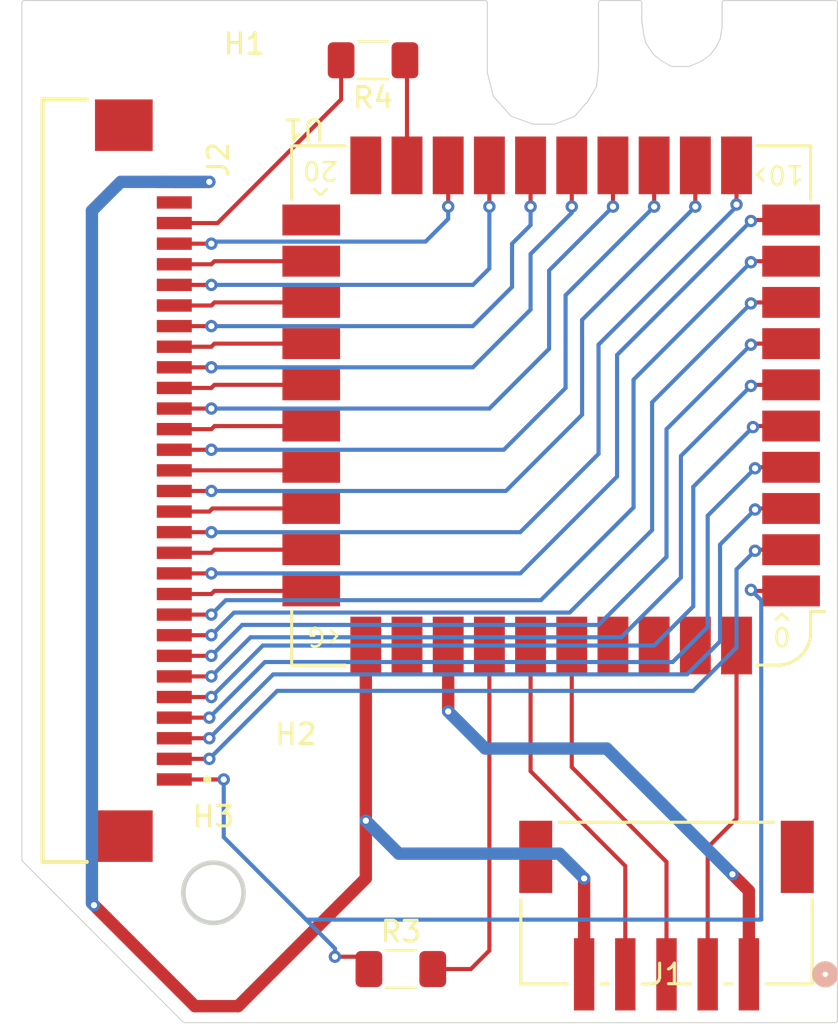
<source format=kicad_pcb>
(kicad_pcb (version 20240108) (generator "pcbnew") (generator_version "8.0")
  (layers (0 "F.Cu" signal) (31 "B.Cu" signal) (34 "B.Paste" user) (35 "F.Paste" user) (36 "B.SilkS" user "B.Silkscreen") (37 "F.SilkS" user "F.Silkscreen") (38 "B.Mask" user) (39 "F.Mask" user) (44 "Edge.Cuts" user))
  (net 0 "")
  (net 1 "/BOOTSEL")
  (net 2 "USB_D-")
  (net 6 "+3V3")
  (net 7 "GND")
  (net 8 "USB_D+")
  (net 9 "VBUS")
  (net 12 "/Col4")
  (net 13 "/Col17")
  (net 14 "/Row3")
  (net 15 "/Col2")
  (net 16 "/Col15")
  (net 17 "/RED+")
  (net 18 "/Col8")
  (net 19 "/Row6")
  (net 20 "/Row2")
  (net 21 "/Row7")
  (net 22 "/Col11")
  (net 23 "/Row1")
  (net 24 "/Col10")
  (net 25 "/Col5")
  (net 26 "/Col16")
  (net 27 "/GRE-")
  (net 28 "/Col6")
  (net 29 "/Col9")
  (net 30 "/Col12")
  (net 31 "/Fn")
  (net 32 "/Col14")
  (net 33 "/Row5")
  (net 34 "/Col3")
  (net 35 "/Col0")
  (net 36 "/Col1")
  (net 37 "/Row4")
  (net 38 "/Row0")
  (net 39 "/Col13")
  (net 40 "/Col7")
  (net 42 "/RedSrc")
  (footprint "MountingHole:MountingHole_2.7mm" (layer "F.Cu") (at 80.2 116.8)
    (property "Reference" "H3" (at 0 -3.7 0) (layer "F.SilkS"))
    (property "Value" "MountingHole")
    (pad "" np_thru_hole circle (at 0 0) (size 2.7 2.7) (drill 2.7) (layers "*.Cu" "*.Mask"))
  )
  (footprint "sbc:RP2040_Stamp" (layer "F.Cu") (at 96.6 93.15 180)
    (property "Reference" "U1" (at 12 13.4 180) (layer "F.SilkS"))
    (property "Value" "RP2040_Stamp")
    (fp_line (start 12.6 12.6) (end 10 12.6) (stroke (width 0.15)) (layer "F.SilkS"))
    (fp_line (start 12.6 10) (end 12.6 12.6) (stroke (width 0.15)) (layer "F.SilkS"))
    (fp_line (start 12.6 -12.6) (end 12.6 -10) (stroke (width 0.15)) (layer "F.SilkS"))
    (fp_line (start 11.5 10.5) (end 11.2 10.2) (stroke (width 0.12)) (layer "F.SilkS"))
    (fp_line (start 11.2 10.2) (end 10.9 10.5) (stroke (width 0.12)) (layer "F.SilkS"))
    (fp_line (start 10.7 -11.5) (end 10.4 -11.2) (stroke (width 0.12)) (layer "F.SilkS"))
    (fp_line (start 10.4 -11.2) (end 10.7 -10.9) (stroke (width 0.12)) (layer "F.SilkS"))
    (fp_line (start 10 -12.6) (end 12.6 -12.6) (stroke (width 0.15)) (layer "F.SilkS"))
    (fp_line (start -10 12.6) (end -12.6 12.6) (stroke (width 0.15)) (layer "F.SilkS"))
    (fp_line (start -10 11.2) (end -10.3 10.9) (stroke (width 0.12)) (layer "F.SilkS"))
    (fp_line (start -10.3 11.5) (end -10 11.2) (stroke (width 0.12)) (layer "F.SilkS"))
    (fp_line (start -11.1 -12.6) (end -10 -12.6) (stroke (width 0.15)) (layer "F.SilkS"))
    (fp_line (start -11.2 -10.1) (end -10.9 -10.4) (stroke (width 0.12)) (layer "F.SilkS"))
    (fp_line (start -11.5 -10.4) (end -11.2 -10.1) (stroke (width 0.12)) (layer "F.SilkS"))
    (fp_line (start -12.6 12.6) (end -12.6 10) (stroke (width 0.15)) (layer "F.SilkS"))
    (fp_line (start -12.6 -10) (end -12.6 -11.1) (stroke (width 0.15)) (layer "F.SilkS"))
    (fp_line (start -12.6 -10) (end -13.3 -10) (stroke (width 0.15)) (layer "F.SilkS"))
    (fp_arc (start -12.6 -11.1) (mid -12.129432 -12.129432) (end -11.1 -12.6) (stroke (width 0.15)) (layer "F.SilkS"))
    (fp_text user "0" (at -11.2 -11.2 180) (layer "F.SilkS") (effects (font (size 0.9 0.9) (thickness 0.12))))
    (fp_text user "G" (at 11.4 -11.2 180) (layer "F.SilkS") (effects (font (size 0.9 0.9) (thickness 0.12))))
    (fp_text user "10" (at -11.4 11.2 180) (layer "F.SilkS") (effects (font (size 0.9 0.9) (thickness 0.12))))
    (fp_text user "20" (at 11.2 11.4 180) (layer "F.SilkS") (effects (font (size 0.9 0.9) (thickness 0.12))))
    (pad "1" smd rect (at -11.65 -9 180) (size 2.8 1.5) (layers "F.Cu" "F.Paste" "F.Mask") (net 31 "/Fn"))
    (pad "2" smd rect (at -11.65 -7 180) (size 2.8 1.5) (layers "F.Cu" "F.Paste" "F.Mask") (net 38 "/Row0"))
    (pad "3" smd rect (at -11.65 -5 180) (size 2.8 1.5) (layers "F.Cu" "F.Paste" "F.Mask") (net 23 "/Row1"))
    (pad "4" smd rect (at -11.65 -3 180) (size 2.8 1.5) (layers "F.Cu" "F.Paste" "F.Mask") (net 20 "/Row2"))
    (pad "5" smd rect (at -11.65 -1 180) (size 2.8 1.5) (layers "F.Cu" "F.Paste" "F.Mask") (net 14 "/Row3"))
    (pad "6" smd rect (at -11.65 1 180) (size 2.8 1.5) (layers "F.Cu" "F.Paste" "F.Mask") (net 37 "/Row4"))
    (pad "7" smd rect (at -11.65 3 180) (size 2.8 1.5) (layers "F.Cu" "F.Paste" "F.Mask") (net 33 "/Row5"))
    (pad "8" smd rect (at -11.65 5 180) (size 2.8 1.5) (layers "F.Cu" "F.Paste" "F.Mask") (net 19 "/Row6"))
    (pad "9" smd rect (at -11.65 7 180) (size 2.8 1.5) (layers "F.Cu" "F.Paste" "F.Mask") (net 21 "/Row7"))
    (pad "10" smd rect (at -11.65 9 180) (size 2.8 1.5) (layers "F.Cu" "F.Paste" "F.Mask") (net 36 "/Col1"))
    (pad "11" smd rect (at -9 11.65 90) (size 2.8 1.5) (layers "F.Cu" "F.Paste" "F.Mask") (net 34 "/Col3"))
    (pad "12" smd rect (at -7 11.65 90) (size 2.8 1.5) (layers "F.Cu" "F.Paste" "F.Mask") (net 25 "/Col5"))
    (pad "13" smd rect (at -5 11.65 90) (size 2.8 1.5) (layers "F.Cu" "F.Paste" "F.Mask") (net 40 "/Col7"))
    (pad "14" smd rect (at -3 11.65 90) (size 2.8 1.5) (layers "F.Cu" "F.Paste" "F.Mask") (net 29 "/Col9"))
    (pad "15" smd rect (at -1 11.65 90) (size 2.8 1.5) (layers "F.Cu" "F.Paste" "F.Mask") (net 22 "/Col11"))
    (pad "16" smd rect (at 1 11.65 90) (size 2.8 1.5) (layers "F.Cu" "F.Paste" "F.Mask") (net 39 "/Col13"))
    (pad "17" smd rect (at 3 11.65 90) (size 2.8 1.5) (layers "F.Cu" "F.Paste" "F.Mask") (net 16 "/Col15"))
    (pad "18" smd rect (at 5 11.65 90) (size 2.8 1.5) (layers "F.Cu" "F.Paste" "F.Mask") (net 13 "/Col17"))
    (pad "19" smd rect (at 7 11.65 90) (size 2.8 1.5) (layers "F.Cu" "F.Paste" "F.Mask") (net 42 "/RedSrc"))
    (pad "20" smd rect (at 9 11.65 90) (size 2.8 1.5) (layers "F.Cu" "F.Paste" "F.Mask"))
    (pad "21" smd rect (at 11.65 9 180) (size 2.8 1.5) (layers "F.Cu" "F.Paste" "F.Mask"))
    (pad "22" smd rect (at 11.65 7 180) (size 2.8 1.5) (layers "F.Cu" "F.Paste" "F.Mask") (net 26 "/Col16"))
    (pad "23" smd rect (at 11.65 5 180) (size 2.8 1.5) (layers "F.Cu" "F.Paste" "F.Mask") (net 32 "/Col14"))
    (pad "24" smd rect (at 11.65 3 180) (size 2.8 1.5) (layers "F.Cu" "F.Paste" "F.Mask") (net 30 "/Col12"))
    (pad "25" smd rect (at 11.65 1 180) (size 2.8 1.5) (layers "F.Cu" "F.Paste" "F.Mask") (net 24 "/Col10"))
    (pad "26" smd rect (at 11.65 -1 180) (size 2.8 1.5) (layers "F.Cu" "F.Paste" "F.Mask") (net 18 "/Col8"))
    (pad "27" smd rect (at 11.65 -3 180) (size 2.8 1.5) (layers "F.Cu" "F.Paste" "F.Mask") (net 28 "/Col6"))
    (pad "28" smd rect (at 11.65 -5 180) (size 2.8 1.5) (layers "F.Cu" "F.Paste" "F.Mask") (net 12 "/Col4"))
    (pad "29" smd rect (at 11.65 -7 180) (size 2.8 1.5) (layers "F.Cu" "F.Paste" "F.Mask") (net 15 "/Col2"))
    (pad "30" smd rect (at 11.65 -9 180) (size 2.8 1.5) (layers "F.Cu" "F.Paste" "F.Mask") (net 35 "/Col0"))
    (pad "31" smd rect (at 9 -11.65 90) (size 2.8 1.5) (layers "F.Cu" "F.Paste" "F.Mask") (net 7 "GND"))
    (pad "32" smd rect (at 7 -11.65 90) (size 2.8 1.5) (layers "F.Cu" "F.Paste" "F.Mask"))
    (pad "33" smd rect (at 5 -11.65 90) (size 2.8 1.5) (layers "F.Cu" "F.Paste" "F.Mask") (net 9 "VBUS"))
    (pad "34" smd rect (at 3 -11.65 90) (size 2.8 1.5) (layers "F.Cu" "F.Paste" "F.Mask") (net 6 "+3V3"))
    (pad "35" smd rect (at 1 -11.65 90) (size 2.8 1.5) (layers "F.Cu" "F.Paste" "F.Mask") (net 2 "USB_D-"))
    (pad "36" smd rect (at -1 -11.65 90) (size 2.8 1.5) (layers "F.Cu" "F.Paste" "F.Mask") (net 8 "USB_D+"))
    (pad "37" smd rect (at -3 -11.65 90) (size 2.8 1.5) (layers "F.Cu" "F.Paste" "F.Mask"))
    (pad "38" smd rect (at -5 -11.65 90) (size 2.8 1.5) (layers "F.Cu" "F.Paste" "F.Mask"))
    (pad "39" smd rect (at -7 -11.65 90) (size 2.8 1.5) (layers "F.Cu" "F.Paste" "F.Mask"))
    (pad "40" smd rect (at -9 -11.65 90) (size 2.8 1.5) (layers "F.Cu" "F.Paste" "F.Mask") (net 1 "/BOOTSEL"))
  )
  (footprint "MountingHole:MountingHole_2.2mm_M2" (layer "F.Cu") (at 81.7 78.8)
    (property "Reference" "H1" (at 0 -3.2 0) (layer "F.SilkS"))
    (property "Value" "MountingHole")
    (pad "" np_thru_hole circle (at 0 0) (size 2.2 2.2) (drill 2.2) (layers "*.Cu" "*.Mask"))
  )
  (footprint "MountingHole:MountingHole_2.2mm_M2" (layer "F.Cu") (at 84.2 112.3)
    (property "Reference" "H2" (at 0 -3.2 0) (layer "F.SilkS"))
    (property "Value" "MountingHole")
    (pad "" np_thru_hole circle (at 0 0) (size 2.2 2.2) (drill 2.2) (layers "*.Cu" "*.Mask"))
  )
  (footprint "connector:FFC3B07_30_T" (layer "F.Cu") (at 75.85 96.8 -90)
    (property "Reference" "J2" (at -15.575 -4.585 90) (layer "F.SilkS"))
    (property "Value" "FFC3B07-30-T")
    (fp_line (start -18.5 3.95) (end 18.5 3.95) (stroke (width 0.2)) (layer "F.SilkS"))
    (fp_line (start 18.5 3.95) (end 18.5 1.8) (stroke (width 0.2)) (layer "F.SilkS"))
    (fp_line (start -18.5 1.8) (end -18.5 3.95) (stroke (width 0.2)) (layer "F.SilkS"))
    (fp_circle (center 14.5 -4.05) (end 14.6 -4.05) (stroke (width 0.2)) (fill none) (layer "F.SilkS"))
    (pad "1" smd rect (at 14.5 -2.45 270) (size 0.6 1.7) (layers "F.Cu" "F.Paste" "F.Mask") (net 31 "/Fn"))
    (pad "2" smd rect (at 13.5 -2.45 270) (size 0.6 1.7) (layers "F.Cu" "F.Paste" "F.Mask") (net 38 "/Row0"))
    (pad "3" smd rect (at 12.5 -2.45 270) (size 0.6 1.7) (layers "F.Cu" "F.Paste" "F.Mask") (net 23 "/Row1"))
    (pad "4" smd rect (at 11.5 -2.45 270) (size 0.6 1.7) (layers "F.Cu" "F.Paste" "F.Mask") (net 20 "/Row2"))
    (pad "5" smd rect (at 10.5 -2.45 270) (size 0.6 1.7) (layers "F.Cu" "F.Paste" "F.Mask") (net 14 "/Row3"))
    (pad "6" smd rect (at 9.5 -2.45 270) (size 0.6 1.7) (layers "F.Cu" "F.Paste" "F.Mask") (net 37 "/Row4"))
    (pad "7" smd rect (at 8.5 -2.45 270) (size 0.6 1.7) (layers "F.Cu" "F.Paste" "F.Mask") (net 33 "/Row5"))
    (pad "8" smd rect (at 7.5 -2.45 270) (size 0.6 1.7) (layers "F.Cu" "F.Paste" "F.Mask") (net 19 "/Row6"))
    (pad "9" smd rect (at 6.5 -2.45 270) (size 0.6 1.7) (layers "F.Cu" "F.Paste" "F.Mask") (net 21 "/Row7"))
    (pad "10" smd rect (at 5.5 -2.45 270) (size 0.6 1.7) (layers "F.Cu" "F.Paste" "F.Mask") (net 35 "/Col0"))
    (pad "11" smd rect (at 4.5 -2.45 270) (size 0.6 1.7) (layers "F.Cu" "F.Paste" "F.Mask") (net 36 "/Col1"))
    (pad "12" smd rect (at 3.5 -2.45 270) (size 0.6 1.7) (layers "F.Cu" "F.Paste" "F.Mask") (net 15 "/Col2"))
    (pad "13" smd rect (at 2.5 -2.45 270) (size 0.6 1.7) (layers "F.Cu" "F.Paste" "F.Mask") (net 34 "/Col3"))
    (pad "14" smd rect (at 1.5 -2.45 270) (size 0.6 1.7) (layers "F.Cu" "F.Paste" "F.Mask") (net 12 "/Col4"))
    (pad "15" smd rect (at 0.5 -2.45 270) (size 0.6 1.7) (layers "F.Cu" "F.Paste" "F.Mask") (net 25 "/Col5"))
    (pad "16" smd rect (at -0.5 -2.45 270) (size 0.6 1.7) (layers "F.Cu" "F.Paste" "F.Mask") (net 28 "/Col6"))
    (pad "17" smd rect (at -1.5 -2.45 270) (size 0.6 1.7) (layers "F.Cu" "F.Paste" "F.Mask") (net 40 "/Col7"))
    (pad "18" smd rect (at -2.5 -2.45 270) (size 0.6 1.7) (layers "F.Cu" "F.Paste" "F.Mask") (net 18 "/Col8"))
    (pad "19" smd rect (at -3.5 -2.45 270) (size 0.6 1.7) (layers "F.Cu" "F.Paste" "F.Mask") (net 29 "/Col9"))
    (pad "20" smd rect (at -4.5 -2.45 270) (size 0.6 1.7) (layers "F.Cu" "F.Paste" "F.Mask") (net 24 "/Col10"))
    (pad "21" smd rect (at -5.5 -2.45 270) (size 0.6 1.7) (layers "F.Cu" "F.Paste" "F.Mask") (net 22 "/Col11"))
    (pad "22" smd rect (at -6.5 -2.45 270) (size 0.6 1.7) (layers "F.Cu" "F.Paste" "F.Mask") (net 30 "/Col12"))
    (pad "23" smd rect (at -7.5 -2.45 270) (size 0.6 1.7) (layers "F.Cu" "F.Paste" "F.Mask") (net 39 "/Col13"))
    (pad "24" smd rect (at -8.5 -2.45 270) (size 0.6 1.7) (layers "F.Cu" "F.Paste" "F.Mask") (net 32 "/Col14"))
    (pad "25" smd rect (at -9.5 -2.45 270) (size 0.6 1.7) (layers "F.Cu" "F.Paste" "F.Mask") (net 16 "/Col15"))
    (pad "26" smd rect (at -10.5 -2.45 270) (size 0.6 1.7) (layers "F.Cu" "F.Paste" "F.Mask") (net 26 "/Col16"))
    (pad "27" smd rect (at -11.5 -2.45 270) (size 0.6 1.7) (layers "F.Cu" "F.Paste" "F.Mask") (net 13 "/Col17"))
    (pad "28" smd rect (at -12.5 -2.45 270) (size 0.6 1.7) (layers "F.Cu" "F.Paste" "F.Mask") (net 17 "/RED+"))
    (pad "29" smd rect (at -13.5 -2.45 270) (size 0.6 1.7) (layers "F.Cu" "F.Paste" "F.Mask") (net 27 "/GRE-"))
    (pad "30" smd rect (at -14.5 -2.45 270) (size 0.6 1.7) (layers "F.Cu" "F.Paste" "F.Mask") (net 7 "GND"))
    (pad "S1" smd rect (at 17.25 0 270) (size 2.5 2.8) (layers "F.Cu" "F.Paste" "F.Mask"))
    (pad "S2" smd rect (at -17.25 0 270) (size 2.5 2.8) (layers "F.Cu" "F.Paste" "F.Mask"))
  )
  (footprint "Resistor_SMD:R_1206_3216Metric_Pad1.30x1.75mm_HandSolder" (layer "F.Cu") (at 89.3 120.5)
    (property "Reference" "R3" (at 0 -1.82 0) (layer "F.SilkS"))
    (property "Value" "100k")
    (fp_line (start -0.727064 -0.91) (end 0.727064 -0.91) (stroke (width 0.12)) (layer "F.SilkS"))
    (fp_line (start -0.727064 0.91) (end 0.727064 0.91) (stroke (width 0.12)) (layer "F.SilkS"))
    (pad "1" smd roundrect (at -1.55 0) (size 1.3 1.75) (layers "F.Cu" "F.Paste" "F.Mask") (roundrect_rratio 0.192308) (net 31 "/Fn"))
    (pad "2" smd roundrect (at 1.55 0) (size 1.3 1.75) (layers "F.Cu" "F.Paste" "F.Mask") (roundrect_rratio 0.192308) (net 6 "+3V3"))
  )
  (footprint "Resistor_SMD:R_1206_3216Metric_Pad1.30x1.75mm_HandSolder" (layer "F.Cu") (at 87.95 76.4 180)
    (property "Reference" "R4" (at 0 -1.82 180) (layer "F.SilkS"))
    (property "Value" "100R")
    (fp_line (start -0.727064 0.91) (end 0.727064 0.91) (stroke (width 0.12)) (layer "F.SilkS"))
    (fp_line (start -0.727064 -0.91) (end 0.727064 -0.91) (stroke (width 0.12)) (layer "F.SilkS"))
    (pad "1" smd roundrect (at -1.55 0 180) (size 1.3 1.75) (layers "F.Cu" "F.Paste" "F.Mask") (roundrect_rratio 0.192308) (net 42 "/RedSrc"))
    (pad "2" smd roundrect (at 1.55 0 180) (size 1.3 1.75) (layers "F.Cu" "F.Paste" "F.Mask") (roundrect_rratio 0.192308) (net 17 "/RED+"))
  )
  (footprint "connector:S5B_PH_SM4_TB" (layer "F.Cu") (at 102.2 117.3)
    (property "Reference" "J1" (at 0 3.4557 0) (layer "F.SilkS"))
    (property "Value" "S5B-PH-SM4-TB")
    (fp_circle (center 7.7089 3.4557) (end 8.0899 3.4557) (stroke (width 0.508)) (fill none) (layer "B.SilkS"))
    (fp_line (start -7.0739 -0.158961) (end -7.0739 3.9243) (stroke (width 0.1524)) (layer "F.SilkS"))
    (fp_line (start -7.0739 3.9243) (end -4.82804 3.9243) (stroke (width 0.1524)) (layer "F.SilkS"))
    (fp_line (start -3.17196 3.9243) (end -2.828041 3.9243) (stroke (width 0.1524)) (layer "F.SilkS"))
    (fp_line (start -1.171961 3.9243) (end -0.82804 3.9243) (stroke (width 0.1524)) (layer "F.SilkS"))
    (fp_line (start 0.82804 3.9243) (end 1.171961 3.9243) (stroke (width 0.1524)) (layer "F.SilkS"))
    (fp_line (start 2.828041 3.9243) (end 3.17196 3.9243) (stroke (width 0.1524)) (layer "F.SilkS"))
    (fp_line (start 4.82804 3.9243) (end 7.0739 3.9243) (stroke (width 0.1524)) (layer "F.SilkS"))
    (fp_line (start 5.21716 -3.9243) (end -5.21716 -3.9243) (stroke (width 0.1524)) (layer "F.SilkS"))
    (fp_line (start 7.0739 3.9243) (end 7.0739 -0.158961) (stroke (width 0.1524)) (layer "F.SilkS"))
    (fp_circle (center 7.7089 3.4557) (end 8.0899 3.4557) (stroke (width 0.508)) (fill none) (layer "F.SilkS"))
    (pad "1" smd rect (at 4 3.4557) (size 0.9906 3.5052) (layers "F.Cu" "F.Paste" "F.Mask") (net 9 "VBUS"))
    (pad "2" smd rect (at 2.000001 3.4557) (size 0.9906 3.5052) (layers "F.Cu" "F.Paste" "F.Mask") (net 1 "/BOOTSEL"))
    (pad "3" smd rect (at 0 3.4557) (size 0.9906 3.5052) (layers "F.Cu" "F.Paste" "F.Mask") (net 8 "USB_D+"))
    (pad "4" smd rect (at -2.000001 3.4557) (size 0.9906 3.5052) (layers "F.Cu" "F.Paste" "F.Mask") (net 2 "USB_D-"))
    (pad "5" smd rect (at -4 3.4557) (size 0.9906 3.5052) (layers "F.Cu" "F.Paste" "F.Mask") (net 7 "GND"))
    (pad "6" smd rect (at -6.35 -2.244301) (size 1.6002 3.5052) (layers "F.Cu" "F.Paste" "F.Mask"))
    (pad "7" smd rect (at 6.35 -2.244301) (size 1.6002 3.5052) (layers "F.Cu" "F.Paste" "F.Mask"))
  )
  (gr_circle (center 80.2 116.8) (end 81.75 116.8) (stroke (width 0.05)) (fill solid) (layer "Edge.Cuts"))
  (gr_poly (pts (xy 93.458779 73.519098) (xy 93.495106 73.569098) (xy 93.5 73.6) (xy 93.5 76.98769) (xy 93.790978 78.151603) (xy 94.657631 79.11455) (xy 95.717616 79.5) (xy 96.780741 79.5) (xy 97.740559 79.116072) (xy 98.418146 78.341687) (xy 98.802899 77.668369) (xy 98.9 76.794465) (xy 98.9 73.6) (xy 98.919098 73.541221) (xy 98.969098 73.504894) (xy 99 73.5) (xy 100.9 73.5) (xy 100.958779 73.519098) (xy 100.995106 73.569098) (xy 101 73.6) (xy 101 74.492893) (xy 101.098265 75.180752) (xy 101.192813 75.558942) (xy 101.573703 76.130277) (xy 101.955873 76.416905) (xy 102.427698 76.7) (xy 103.280741 76.7) (xy 103.759001 76.508696) (xy 103.947214 76.414589) (xy 104.328571 76.128571) (xy 104.614589 75.747214) (xy 104.803833 75.368726) (xy 104.9 74.791726) (xy 104.9 73.6) (xy 104.919098 73.541221) (xy 104.969098 73.504894) (xy 105 73.5) (xy 110.4 73.5) (xy 110.458779 73.519098) (xy 110.495106 73.569098) (xy 110.5 73.6) (xy 110.5 123) (xy 110.480902 123.058779) (xy 110.430902 123.095106) (xy 110.4 123.1) (xy 78.8 123.1) (xy 78.741221 123.080902) (xy 78.729289 123.070711) (xy 70.929289 115.270711) (xy 70.901231 115.215643) (xy 70.9 115.2) (xy 70.9 73.6) (xy 70.919098 73.541221) (xy 70.969098 73.504894) (xy 71 73.5) (xy 93.4 73.5)) (stroke (width 0.05)) (fill none) (layer "Edge.Cuts"))
  (segment (start 105.6 113.2) (end 104.200001 114.599999) (width 0.2) (layer "F.Cu") (net 1))
  (segment (start 104.200001 114.599999) (end 104.200001 120.7557) (width 0.2) (layer "F.Cu") (net 1))
  (segment (start 105.6 104.8) (end 105.6 113.2) (width 0.2) (layer "F.Cu") (net 1))
  (segment (start 95.6 104.8) (end 95.6 110.9) (width 0.2) (layer "F.Cu") (net 2))
  (segment (start 95.6 110.9) (end 100.199999 115.499999) (width 0.2) (layer "F.Cu") (net 2))
  (segment (start 100.199999 115.499999) (end 100.199999 120.7557) (width 0.2) (layer "F.Cu") (net 2))
  (segment (start 93.6 119.6) (end 92.7 120.5) (width 0.2) (layer "F.Cu") (net 6))
  (segment (start 92.7 120.5) (end 90.85 120.5) (width 0.2) (layer "F.Cu") (net 6))
  (segment (start 93.6 104.8) (end 93.6 119.6) (width 0.2) (layer "F.Cu") (net 6))
  (segment (start 79.3 122.3) (end 74.4 117.4) (width 0.6) (layer "F.Cu") (net 7))
  (segment (start 81.4 122.3) (end 79.3 122.3) (width 0.6) (layer "F.Cu") (net 7))
  (segment (start 87.6 116.1) (end 81.4 122.3) (width 0.6) (layer "F.Cu") (net 7))
  (segment (start 98.2 120.7557) (end 98.2 116.1) (width 0.6) (layer "F.Cu") (net 7))
  (segment (start 87.6 113.3) (end 87.6 104.8) (width 0.6) (layer "F.Cu") (net 7))
  (segment (start 87.6 113.3) (end 87.6 116.1) (width 0.6) (layer "F.Cu") (net 7))
  (segment (start 78.3 82.3) (end 80 82.3) (width 0.6) (layer "F.Cu") (net 7))
  (via (at 98.2 116.1) (size 0.6) (drill 0.3) (layers "F.Cu" "B.Cu") (net 7))
  (via (at 80 82.3) (size 0.6) (drill 0.3) (layers "F.Cu" "B.Cu") (net 7))
  (via (at 74.4 117.4) (size 0.6) (drill 0.3) (layers "F.Cu" "B.Cu") (net 7))
  (via (at 87.6 113.3) (size 0.6) (drill 0.3) (layers "F.Cu" "B.Cu") (net 7))
  (segment (start 87.6 113.3) (end 89.2 114.9) (width 0.6) (layer "B.Cu") (net 7))
  (segment (start 97 114.9) (end 98.2 116.1) (width 0.6) (layer "B.Cu") (net 7))
  (segment (start 74.3 117.3) (end 74.4 117.4) (width 0.6) (layer "B.Cu") (net 7))
  (segment (start 89.2 114.9) (end 97 114.9) (width 0.6) (layer "B.Cu") (net 7))
  (segment (start 74.3 83.7) (end 74.3 117.3) (width 0.6) (layer "B.Cu") (net 7))
  (segment (start 75.7 82.3) (end 74.3 83.7) (width 0.6) (layer "B.Cu") (net 7))
  (segment (start 80 82.3) (end 75.7 82.3) (width 0.6) (layer "B.Cu") (net 7))
  (segment (start 97.6 110.7) (end 102.2 115.3) (width 0.2) (layer "F.Cu") (net 8))
  (segment (start 102.2 115.3) (end 102.2 120.7557) (width 0.2) (layer "F.Cu") (net 8))
  (segment (start 97.6 104.8) (end 97.6 110.7) (width 0.2) (layer "F.Cu") (net 8))
  (segment (start 106.2 120.7557) (end 106.2 116.7) (width 0.6) (layer "F.Cu") (net 9))
  (segment (start 106.2 116.7) (end 105.4 115.9) (width 0.6) (layer "F.Cu") (net 9))
  (segment (start 91.6 108) (end 91.6 104.8) (width 0.6) (layer "F.Cu") (net 9))
  (via (at 91.6 108) (size 0.6) (drill 0.3) (layers "F.Cu" "B.Cu") (net 9))
  (via (at 105.4 115.9) (size 0.6) (drill 0.3) (layers "F.Cu" "B.Cu") (net 9))
  (segment (start 105.4 115.9) (end 99.3 109.8) (width 0.6) (layer "B.Cu") (net 9))
  (segment (start 99.3 109.8) (end 93.4 109.8) (width 0.6) (layer "B.Cu") (net 9))
  (segment (start 93.4 109.8) (end 91.6 108) (width 0.6) (layer "B.Cu") (net 9))
  (segment (start 80.15 98.15) (end 80 98.3) (width 0.2) (layer "F.Cu") (net 12))
  (segment (start 84.95 98.15) (end 80.15 98.15) (width 0.2) (layer "F.Cu") (net 12))
  (segment (start 80 98.3) (end 78.3 98.3) (width 0.2) (layer "F.Cu") (net 12))
  (segment (start 91.6 81.5) (end 91.6 83.5) (width 0.2) (layer "F.Cu") (net 13))
  (segment (start 80.1 85.3) (end 78.3 85.3) (width 0.2) (layer "F.Cu") (net 13))
  (via (at 80.1 85.3) (size 0.6) (drill 0.3) (layers "F.Cu" "B.Cu") (net 13))
  (via (at 91.6 83.5) (size 0.6) (drill 0.3) (layers "F.Cu" "B.Cu") (net 13))
  (segment (start 91.6 83.5) (end 91.6 84.1) (width 0.2) (layer "B.Cu") (net 13))
  (segment (start 90.5 85.2) (end 80.2 85.2) (width 0.2) (layer "B.Cu") (net 13))
  (segment (start 80.2 85.2) (end 80.1 85.3) (width 0.2) (layer "B.Cu") (net 13))
  (segment (start 91.6 84.1) (end 90.5 85.2) (width 0.2) (layer "B.Cu") (net 13))
  (segment (start 108.25 94.15) (end 106.45 94.15) (width 0.2) (layer "F.Cu") (net 14))
  (segment (start 106.45 94.15) (end 106.4 94.2) (width 0.2) (layer "F.Cu") (net 14))
  (segment (start 80.1 107.3) (end 78.3 107.3) (width 0.2) (layer "F.Cu") (net 14))
  (via (at 106.4 94.2) (size 0.6) (drill 0.3) (layers "F.Cu" "B.Cu") (net 14))
  (via (at 80.1 107.3) (size 0.6) (drill 0.3) (layers "F.Cu" "B.Cu") (net 14))
  (segment (start 106.4 94.2) (end 103.5 97.1) (width 0.2) (layer "B.Cu") (net 14))
  (segment (start 103.5 97.1) (end 103.5 102.9) (width 0.2) (layer "B.Cu") (net 14))
  (segment (start 101.6 104.8) (end 82.6 104.8) (width 0.2) (layer "B.Cu") (net 14))
  (segment (start 82.6 104.8) (end 80.1 107.3) (width 0.2) (layer "B.Cu") (net 14))
  (segment (start 103.5 102.9) (end 101.6 104.8) (width 0.2) (layer "B.Cu") (net 14))
  (segment (start 80.1 100.3) (end 78.3 100.3) (width 0.2) (layer "F.Cu") (net 15))
  (segment (start 80.25 100.15) (end 80.1 100.3) (width 0.2) (layer "F.Cu") (net 15))
  (segment (start 84.95 100.15) (end 80.25 100.15) (width 0.2) (layer "F.Cu") (net 15))
  (segment (start 93.6 81.5) (end 93.6 83.5) (width 0.2) (layer "F.Cu") (net 16))
  (segment (start 80.1 87.3) (end 78.3 87.3) (width 0.2) (layer "F.Cu") (net 16))
  (via (at 93.6 83.5) (size 0.6) (drill 0.3) (layers "F.Cu" "B.Cu") (net 16))
  (via (at 80.1 87.3) (size 0.6) (drill 0.3) (layers "F.Cu" "B.Cu") (net 16))
  (segment (start 93.6 83.5) (end 93.6 86.5) (width 0.2) (layer "B.Cu") (net 16))
  (segment (start 92.8 87.3) (end 80.1 87.3) (width 0.2) (layer "B.Cu") (net 16))
  (segment (start 93.6 86.5) (end 92.8 87.3) (width 0.2) (layer "B.Cu") (net 16))
  (segment (start 80.4 84.3) (end 78.3 84.3) (width 0.2) (layer "F.Cu") (net 17))
  (segment (start 86.4 76.4) (end 86.4 78.3) (width 0.2) (layer "F.Cu") (net 17))
  (segment (start 86.4 78.3) (end 80.4 84.3) (width 0.2) (layer "F.Cu") (net 17))
  (segment (start 80.1 94.3) (end 78.3 94.3) (width 0.2) (layer "F.Cu") (net 18))
  (segment (start 80.25 94.15) (end 80.1 94.3) (width 0.2) (layer "F.Cu") (net 18))
  (segment (start 84.95 94.15) (end 80.25 94.15) (width 0.2) (layer "F.Cu") (net 18))
  (segment (start 80.1 104.3) (end 78.3 104.3) (width 0.2) (layer "F.Cu") (net 19))
  (segment (start 108.25 88.15) (end 106.35 88.15) (width 0.2) (layer "F.Cu") (net 19))
  (segment (start 106.35 88.15) (end 106.3 88.2) (width 0.2) (layer "F.Cu") (net 19))
  (via (at 80.1 104.3) (size 0.6) (drill 0.3) (layers "F.Cu" "B.Cu") (net 19))
  (via (at 106.3 88.2) (size 0.6) (drill 0.3) (layers "F.Cu" "B.Cu") (net 19))
  (segment (start 101.5 93) (end 101.5 99.2) (width 0.2) (layer "B.Cu") (net 19))
  (segment (start 106.3 88.2) (end 101.5 93) (width 0.2) (layer "B.Cu") (net 19))
  (segment (start 81.2 103.2) (end 80.1 104.3) (width 0.2) (layer "B.Cu") (net 19))
  (segment (start 97.5 103.2) (end 81.2 103.2) (width 0.2) (layer "B.Cu") (net 19))
  (segment (start 101.5 99.2) (end 97.5 103.2) (width 0.2) (layer "B.Cu") (net 19))
  (segment (start 80 108.3) (end 78.3 108.3) (width 0.2) (layer "F.Cu") (net 20))
  (segment (start 106.55 96.15) (end 106.5 96.2) (width 0.2) (layer "F.Cu") (net 20))
  (segment (start 108.25 96.15) (end 106.55 96.15) (width 0.2) (layer "F.Cu") (net 20))
  (via (at 106.5 96.2) (size 0.6) (drill 0.3) (layers "F.Cu" "B.Cu") (net 20))
  (via (at 80 108.3) (size 0.6) (drill 0.3) (layers "F.Cu" "B.Cu") (net 20))
  (segment (start 104.2 98.5) (end 104.2 103.9) (width 0.2) (layer "B.Cu") (net 20))
  (segment (start 82.7 105.6) (end 80 108.3) (width 0.2) (layer "B.Cu") (net 20))
  (segment (start 102.5 105.6) (end 82.7 105.6) (width 0.2) (layer "B.Cu") (net 20))
  (segment (start 106.5 96.2) (end 104.2 98.5) (width 0.2) (layer "B.Cu") (net 20))
  (segment (start 104.2 103.9) (end 102.5 105.6) (width 0.2) (layer "B.Cu") (net 20))
  (segment (start 106.35 86.15) (end 106.3 86.2) (width 0.2) (layer "F.Cu") (net 21))
  (segment (start 80.1 103.3) (end 78.3 103.3) (width 0.2) (layer "F.Cu") (net 21))
  (segment (start 108.25 86.15) (end 106.35 86.15) (width 0.2) (layer "F.Cu") (net 21))
  (via (at 80.1 103.3) (size 0.6) (drill 0.3) (layers "F.Cu" "B.Cu") (net 21))
  (via (at 106.3 86.2) (size 0.6) (drill 0.3) (layers "F.Cu" "B.Cu") (net 21))
  (segment (start 100.6 91.9) (end 100.6 98.1) (width 0.2) (layer "B.Cu") (net 21))
  (segment (start 96.1 102.6) (end 80.8 102.6) (width 0.2) (layer "B.Cu") (net 21))
  (segment (start 100.6 98.1) (end 96.1 102.6) (width 0.2) (layer "B.Cu") (net 21))
  (segment (start 106.3 86.2) (end 100.6 91.9) (width 0.2) (layer "B.Cu") (net 21))
  (segment (start 80.8 102.6) (end 80.1 103.3) (width 0.2) (layer "B.Cu") (net 21))
  (segment (start 97.6 81.5) (end 97.6 83.5) (width 0.2) (layer "F.Cu") (net 22))
  (segment (start 80.1 91.3) (end 78.3 91.3) (width 0.2) (layer "F.Cu") (net 22))
  (via (at 97.6 83.5) (size 0.6) (drill 0.3) (layers "F.Cu" "B.Cu") (net 22))
  (via (at 80.1 91.3) (size 0.6) (drill 0.3) (layers "F.Cu" "B.Cu") (net 22))
  (segment (start 95.6 88.5) (end 92.8 91.3) (width 0.2) (layer "B.Cu") (net 22))
  (segment (start 97.6 83.8) (end 95.6 85.8) (width 0.2) (layer "B.Cu") (net 22))
  (segment (start 97.6 83.5) (end 97.6 83.8) (width 0.2) (layer "B.Cu") (net 22))
  (segment (start 92.8 91.3) (end 80.1 91.3) (width 0.2) (layer "B.Cu") (net 22))
  (segment (start 95.6 85.8) (end 95.6 88.5) (width 0.2) (layer "B.Cu") (net 22))
  (segment (start 106.55 98.15) (end 106.5 98.2) (width 0.2) (layer "F.Cu") (net 23))
  (segment (start 80 109.3) (end 78.3 109.3) (width 0.2) (layer "F.Cu") (net 23))
  (segment (start 108.25 98.15) (end 106.55 98.15) (width 0.2) (layer "F.Cu") (net 23))
  (via (at 80 109.3) (size 0.6) (drill 0.3) (layers "F.Cu" "B.Cu") (net 23))
  (via (at 106.5 98.2) (size 0.6) (drill 0.3) (layers "F.Cu" "B.Cu") (net 23))
  (segment (start 106.5 98.2) (end 104.8 99.9) (width 0.2) (layer "B.Cu") (net 23))
  (segment (start 103.2 106.2) (end 83.1 106.2) (width 0.2) (layer "B.Cu") (net 23))
  (segment (start 83.1 106.2) (end 80 109.3) (width 0.2) (layer "B.Cu") (net 23))
  (segment (start 104.8 104.6) (end 103.2 106.2) (width 0.2) (layer "B.Cu") (net 23))
  (segment (start 104.8 99.9) (end 104.8 104.6) (width 0.2) (layer "B.Cu") (net 23))
  (segment (start 80.1 92.3) (end 78.3 92.3) (width 0.2) (layer "F.Cu") (net 24))
  (segment (start 80.25 92.15) (end 80.1 92.3) (width 0.2) (layer "F.Cu") (net 24))
  (segment (start 84.95 92.15) (end 80.25 92.15) (width 0.2) (layer "F.Cu") (net 24))
  (segment (start 103.6 81.5) (end 103.6 83.5) (width 0.2) (layer "F.Cu") (net 25))
  (segment (start 80.1 97.3) (end 78.3 97.3) (width 0.2) (layer "F.Cu") (net 25))
  (via (at 103.6 83.5) (size 0.6) (drill 0.3) (layers "F.Cu" "B.Cu") (net 25))
  (via (at 80.1 97.3) (size 0.6) (drill 0.3) (layers "F.Cu" "B.Cu") (net 25))
  (segment (start 103.6 83.5) (end 98.1 89) (width 0.2) (layer "B.Cu") (net 25))
  (segment (start 94.4 97.3) (end 80.1 97.3) (width 0.2) (layer "B.Cu") (net 25))
  (segment (start 98.1 89) (end 98.1 93.6) (width 0.2) (layer "B.Cu") (net 25))
  (segment (start 98.1 93.6) (end 94.4 97.3) (width 0.2) (layer "B.Cu") (net 25))
  (segment (start 84.95 86.15) (end 80.25 86.15) (width 0.2) (layer "F.Cu") (net 26))
  (segment (start 80.25 86.15) (end 80.1 86.3) (width 0.2) (layer "F.Cu") (net 26))
  (segment (start 80.1 86.3) (end 78.3 86.3) (width 0.2) (layer "F.Cu") (net 26))
  (segment (start 84.3 96.15) (end 84.15 96.3) (width 0.2) (layer "F.Cu") (net 28))
  (segment (start 84.15 96.3) (end 78.3 96.3) (width 0.2) (layer "F.Cu") (net 28))
  (segment (start 84.95 96.15) (end 84.3 96.15) (width 0.2) (layer "F.Cu") (net 28))
  (segment (start 80.1 93.3) (end 78.3 93.3) (width 0.2) (layer "F.Cu") (net 29))
  (segment (start 99.6 81.5) (end 99.6 83.5) (width 0.2) (layer "F.Cu") (net 29))
  (via (at 80.1 93.3) (size 0.6) (drill 0.3) (layers "F.Cu" "B.Cu") (net 29))
  (via (at 99.6 83.5) (size 0.6) (drill 0.3) (layers "F.Cu" "B.Cu") (net 29))
  (segment (start 96.5 86.6) (end 96.5 90.4) (width 0.2) (layer "B.Cu") (net 29))
  (segment (start 96.5 90.4) (end 93.6 93.3) (width 0.2) (layer "B.Cu") (net 29))
  (segment (start 99.6 83.5) (end 96.5 86.6) (width 0.2) (layer "B.Cu") (net 29))
  (segment (start 93.6 93.3) (end 80.1 93.3) (width 0.2) (layer "B.Cu") (net 29))
  (segment (start 80.25 90.15) (end 80.1 90.3) (width 0.2) (layer "F.Cu") (net 30))
  (segment (start 84.95 90.15) (end 80.25 90.15) (width 0.2) (layer "F.Cu") (net 30))
  (segment (start 80.1 90.3) (end 78.3 90.3) (width 0.2) (layer "F.Cu") (net 30))
  (segment (start 86.1 119.9) (end 87.15 119.9) (width 0.2) (layer "F.Cu") (net 31))
  (segment (start 106.35 102.15) (end 106.3 102.1) (width 0.2) (layer "F.Cu") (net 31))
  (segment (start 87.15 119.9) (end 87.75 120.5) (width 0.2) (layer "F.Cu") (net 31))
  (segment (start 78.3 111.3) (end 80.7 111.3) (width 0.2) (layer "F.Cu") (net 31))
  (segment (start 108.25 102.15) (end 106.35 102.15) (width 0.2) (layer "F.Cu") (net 31))
  (via (at 86.1 119.9) (size 0.6) (drill 0.3) (layers "F.Cu" "B.Cu") (net 31))
  (via (at 106.3 102.1) (size 0.6) (drill 0.3) (layers "F.Cu" "B.Cu") (net 31))
  (via (at 80.7 111.3) (size 0.6) (drill 0.3) (layers "F.Cu" "B.Cu") (net 31))
  (segment (start 106.8 102.6) (end 106.8 118.1) (width 0.2) (layer "B.Cu") (net 31))
  (segment (start 80.7 114.1) (end 84.7 118.1) (width 0.2) (layer "B.Cu") (net 31))
  (segment (start 106.3 102.1) (end 106.8 102.6) (width 0.2) (layer "B.Cu") (net 31))
  (segment (start 80.7 111.3) (end 80.7 114.1) (width 0.2) (layer "B.Cu") (net 31))
  (segment (start 86.1 119.5) (end 86.1 119.9) (width 0.2) (layer "B.Cu") (net 31))
  (segment (start 84.7 118.1) (end 86.1 118.1) (width 0.2) (layer "B.Cu") (net 31))
  (segment (start 106.8 118.1) (end 86.1 118.1) (width 0.2) (layer "B.Cu") (net 31))
  (segment (start 84.7 118.1) (end 86.1 119.5) (width 0.2) (layer "B.Cu") (net 31))
  (segment (start 80.1 88.3) (end 78.3 88.3) (width 0.2) (layer "F.Cu") (net 32))
  (segment (start 84.95 88.15) (end 80.25 88.15) (width 0.2) (layer "F.Cu") (net 32))
  (segment (start 80.25 88.15) (end 80.1 88.3) (width 0.2) (layer "F.Cu") (net 32))
  (segment (start 108.25 90.15) (end 106.35 90.15) (width 0.2) (layer "F.Cu") (net 33))
  (segment (start 80.1 105.3) (end 78.3 105.3) (width 0.2) (layer "F.Cu") (net 33))
  (segment (start 106.35 90.15) (end 106.3 90.2) (width 0.2) (layer "F.Cu") (net 33))
  (via (at 106.3 90.2) (size 0.6) (drill 0.3) (layers "F.Cu" "B.Cu") (net 33))
  (via (at 80.1 105.3) (size 0.6) (drill 0.3) (layers "F.Cu" "B.Cu") (net 33))
  (segment (start 102.2 94.3) (end 102.2 100.5) (width 0.2) (layer "B.Cu") (net 33))
  (segment (start 106.3 90.2) (end 102.2 94.3) (width 0.2) (layer "B.Cu") (net 33))
  (segment (start 98.9 103.8) (end 81.6 103.8) (width 0.2) (layer "B.Cu") (net 33))
  (segment (start 81.6 103.8) (end 80.1 105.3) (width 0.2) (layer "B.Cu") (net 33))
  (segment (start 102.2 100.5) (end 98.9 103.8) (width 0.2) (layer "B.Cu") (net 33))
  (segment (start 105.6 81.5) (end 105.6 83.4) (width 0.2) (layer "F.Cu") (net 34))
  (segment (start 80.1 99.3) (end 78.3 99.3) (width 0.2) (layer "F.Cu") (net 34))
  (via (at 80.1 99.3) (size 0.6) (drill 0.3) (layers "F.Cu" "B.Cu") (net 34))
  (via (at 105.6 83.4) (size 0.6) (drill 0.3) (layers "F.Cu" "B.Cu") (net 34))
  (segment (start 95.1 99.3) (end 80.1 99.3) (width 0.2) (layer "B.Cu") (net 34))
  (segment (start 98.9 95.5) (end 95.1 99.3) (width 0.2) (layer "B.Cu") (net 34))
  (segment (start 105.6 83.4) (end 105.6 83.5) (width 0.2) (layer "B.Cu") (net 34))
  (segment (start 105.6 83.5) (end 98.9 90.2) (width 0.2) (layer "B.Cu") (net 34))
  (segment (start 98.9 90.2) (end 98.9 95.5) (width 0.2) (layer "B.Cu") (net 34))
  (segment (start 80.1 102.3) (end 78.3 102.3) (width 0.2) (layer "F.Cu") (net 35))
  (segment (start 84.95 102.15) (end 80.25 102.15) (width 0.2) (layer "F.Cu") (net 35))
  (segment (start 80.25 102.15) (end 80.1 102.3) (width 0.2) (layer "F.Cu") (net 35))
  (segment (start 108.25 84.15) (end 106.35 84.15) (width 0.2) (layer "F.Cu") (net 36))
  (segment (start 80.1 101.3) (end 78.3 101.3) (width 0.2) (layer "F.Cu") (net 36))
  (segment (start 106.35 84.15) (end 106.3 84.2) (width 0.2) (layer "F.Cu") (net 36))
  (via (at 80.1 101.3) (size 0.6) (drill 0.3) (layers "F.Cu" "B.Cu") (net 36))
  (via (at 106.3 84.2) (size 0.6) (drill 0.3) (layers "F.Cu" "B.Cu") (net 36))
  (segment (start 106.3 84.2) (end 99.8 90.7) (width 0.2) (layer "B.Cu") (net 36))
  (segment (start 99.8 90.7) (end 99.8 96.6) (width 0.2) (layer "B.Cu") (net 36))
  (segment (start 99.8 96.6) (end 95.1 101.3) (width 0.2) (layer "B.Cu") (net 36))
  (segment (start 95.1 101.3) (end 80.1 101.3) (width 0.2) (layer "B.Cu") (net 36))
  (segment (start 106.35 92.15) (end 106.3 92.2) (width 0.2) (layer "F.Cu") (net 37))
  (segment (start 108.25 92.15) (end 106.35 92.15) (width 0.2) (layer "F.Cu") (net 37))
  (segment (start 80.1 106.3) (end 78.3 106.3) (width 0.2) (layer "F.Cu") (net 37))
  (via (at 80.1 106.3) (size 0.6) (drill 0.3) (layers "F.Cu" "B.Cu") (net 37))
  (via (at 106.3 92.2) (size 0.6) (drill 0.3) (layers "F.Cu" "B.Cu") (net 37))
  (segment (start 100 104.4) (end 82 104.4) (width 0.2) (layer "B.Cu") (net 37))
  (segment (start 82 104.4) (end 80.1 106.3) (width 0.2) (layer "B.Cu") (net 37))
  (segment (start 102.9 95.6) (end 102.9 101.5) (width 0.2) (layer "B.Cu") (net 37))
  (segment (start 102.9 101.5) (end 100 104.4) (width 0.2) (layer "B.Cu") (net 37))
  (segment (start 106.3 92.2) (end 102.9 95.6) (width 0.2) (layer "B.Cu") (net 37))
  (segment (start 106.55 100.15) (end 106.5 100.2) (width 0.2) (layer "F.Cu") (net 38))
  (segment (start 80 110.3) (end 78.3 110.3) (width 0.2) (layer "F.Cu") (net 38))
  (segment (start 108.25 100.15) (end 106.55 100.15) (width 0.2) (layer "F.Cu") (net 38))
  (via (at 106.5 100.2) (size 0.6) (drill 0.3) (layers "F.Cu" "B.Cu") (net 38))
  (via (at 80 110.3) (size 0.6) (drill 0.3) (layers "F.Cu" "B.Cu") (net 38))
  (segment (start 80 110.3) (end 83.3 107) (width 0.2) (layer "B.Cu") (net 38))
  (segment (start 83.3 107) (end 103.5 107) (width 0.2) (layer "B.Cu") (net 38))
  (segment (start 103.5 107) (end 105.6 104.9) (width 0.2) (layer "B.Cu") (net 38))
  (segment (start 105.6 104.9) (end 105.6 101.1) (width 0.2) (layer "B.Cu") (net 38))
  (segment (start 105.6 101.1) (end 106.5 100.2) (width 0.2) (layer "B.Cu") (net 38))
  (segment (start 80.1 89.3) (end 78.3 89.3) (width 0.2) (layer "F.Cu") (net 39))
  (segment (start 95.6 81.5) (end 95.6 83.5) (width 0.2) (layer "F.Cu") (net 39))
  (via (at 80.1 89.3) (size 0.6) (drill 0.3) (layers "F.Cu" "B.Cu") (net 39))
  (via (at 95.6 83.5) (size 0.6) (drill 0.3) (layers "F.Cu" "B.Cu") (net 39))
  (segment (start 94.7 85.3) (end 94.7 87.4) (width 0.2) (layer "B.Cu") (net 39))
  (segment (start 94.7 87.4) (end 92.8 89.3) (width 0.2) (layer "B.Cu") (net 39))
  (segment (start 92.8 89.3) (end 80.1 89.3) (width 0.2) (layer "B.Cu") (net 39))
  (segment (start 95.6 84.4) (end 94.7 85.3) (width 0.2) (layer "B.Cu") (net 39))
  (segment (start 95.6 83.5) (end 95.6 84.4) (width 0.2) (layer "B.Cu") (net 39))
  (segment (start 80.1 95.3) (end 78.3 95.3) (width 0.2) (layer "F.Cu") (net 40))
  (segment (start 101.6 81.5) (end 101.6 83.5) (width 0.2) (layer "F.Cu") (net 40))
  (via (at 80.1 95.3) (size 0.6) (drill 0.3) (layers "F.Cu" "B.Cu") (net 40))
  (via (at 101.6 83.5) (size 0.6) (drill 0.3) (layers "F.Cu" "B.Cu") (net 40))
  (segment (start 101.6 83.5) (end 97.3 87.8) (width 0.2) (layer "B.Cu") (net 40))
  (segment (start 97.3 87.8) (end 97.3 92.3) (width 0.2) (layer "B.Cu") (net 40))
  (segment (start 94.3 95.3) (end 80.1 95.3) (width 0.2) (layer "B.Cu") (net 40))
  (segment (start 97.3 92.3) (end 94.3 95.3) (width 0.2) (layer "B.Cu") (net 40))
  (segment (start 89.6 76.5) (end 89.5 76.4) (width 0.2) (layer "F.Cu") (net 42))
  (segment (start 89.6 81.5) (end 89.6 76.5) (width 0.2) (layer "F.Cu") (net 42))
)
</source>
